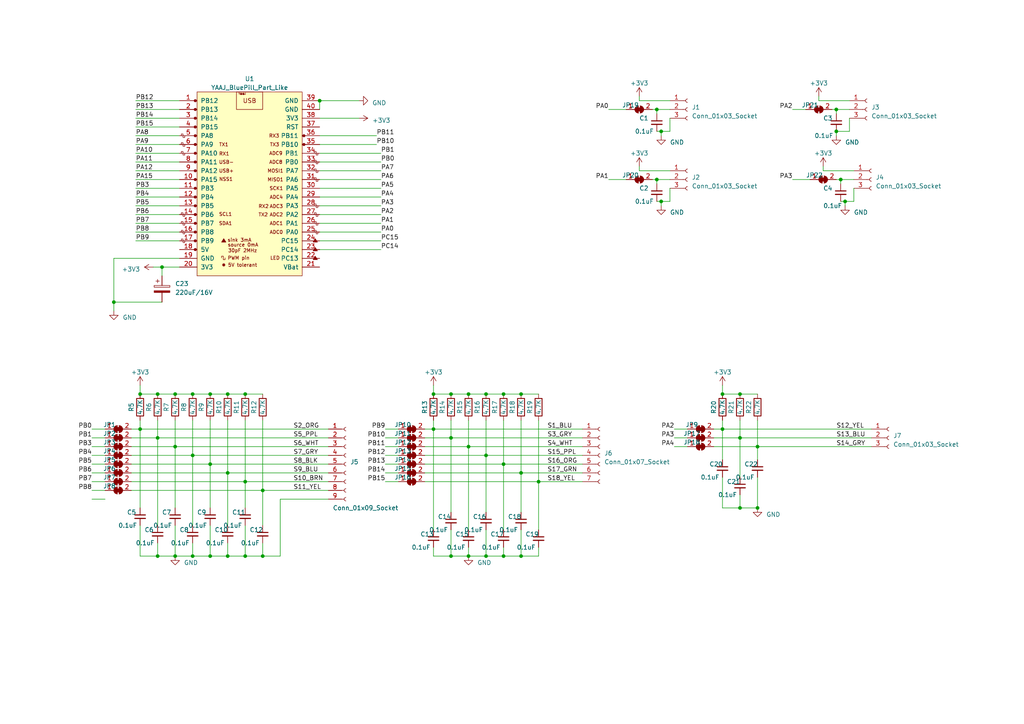
<source format=kicad_sch>
(kicad_sch (version 20230121) (generator eeschema)
  (paper "A4")
  (lib_symbols
    (symbol "Connector:Conn_01x03_Socket" (pin_names (offset 1.016) hide)
      (property "Reference" "J" (at 0 5.08 0))
      (property "Value" "Conn_01x03_Socket" (at 0 -5.08 0))
      (symbol "Conn_01x03_Socket_1_1"
        (pin passive line (at -5.08 2.54 0) (length 3.81) (name "Pin_1") (number "1"))
        (pin passive line (at -5.08 0 0) (length 3.81) (name "Pin_2") (number "2"))
        (pin passive line (at -5.08 -2.54 0) (length 3.81) (name "Pin_3") (number "3"))
      )
    )
    (symbol "Connector:Conn_01x07_Socket" (pin_names (offset 1.016) hide)
      (property "Reference" "J" (at 0 10.16 0))
      (property "Value" "Conn_01x07_Socket" (at 0 -10.16 0))
      (symbol "Conn_01x07_Socket_1_1"
        (pin passive line (at -5.08 7.62 0) (length 3.81) (name "Pin_1") (number "1"))
        (pin passive line (at -5.08 5.08 0) (length 3.81) (name "Pin_2") (number "2"))
        (pin passive line (at -5.08 2.54 0) (length 3.81) (name "Pin_3") (number "3"))
        (pin passive line (at -5.08 0 0) (length 3.81) (name "Pin_4") (number "4"))
        (pin passive line (at -5.08 -2.54 0) (length 3.81) (name "Pin_5") (number "5"))
        (pin passive line (at -5.08 -5.08 0) (length 3.81) (name "Pin_6") (number "6"))
        (pin passive line (at -5.08 -7.62 0) (length 3.81) (name "Pin_7") (number "7"))
      )
    )
    (symbol "Connector:Conn_01x09_Socket" (pin_names (offset 1.016) hide)
      (property "Reference" "J" (at 0 12.7 0))
      (property "Value" "Conn_01x09_Socket" (at 0 -12.7 0))
      (symbol "Conn_01x09_Socket_1_1"
        (pin passive line (at -5.08 10.16 0) (length 3.81) (name "Pin_1") (number "1"))
        (pin passive line (at -5.08 7.62 0) (length 3.81) (name "Pin_2") (number "2"))
        (pin passive line (at -5.08 5.08 0) (length 3.81) (name "Pin_3") (number "3"))
        (pin passive line (at -5.08 2.54 0) (length 3.81) (name "Pin_4") (number "4"))
        (pin passive line (at -5.08 0 0) (length 3.81) (name "Pin_5") (number "5"))
        (pin passive line (at -5.08 -2.54 0) (length 3.81) (name "Pin_6") (number "6"))
        (pin passive line (at -5.08 -5.08 0) (length 3.81) (name "Pin_7") (number "7"))
        (pin passive line (at -5.08 -7.62 0) (length 3.81) (name "Pin_8") (number "8"))
        (pin passive line (at -5.08 -10.16 0) (length 3.81) (name "Pin_9") (number "9"))
      )
    )
    (symbol "Device:C_Polarized" (pin_numbers hide) (pin_names (offset 0.254))
      (property "Reference" "C" (at 0.635 2.54 0))
      (property "Value" "C_Polarized" (at 0.635 -2.54 0))
      (symbol "C_Polarized_1_1"
        (pin passive line (at 0 3.81 270) (length 2.794) (name "~") (number "1"))
        (pin passive line (at 0 -3.81 90) (length 2.794) (name "~") (number "2"))
      )
    )
    (symbol "Device:C_Small" (pin_numbers hide) (pin_names (offset 0.254) hide)
      (property "Reference" "C" (at 0.254 1.778 0))
      (property "Value" "C_Small" (at 0.254 -2.032 0))
      (symbol "C_Small_1_1"
        (pin passive line (at 0 2.54 270) (length 2.032) (name "~") (number "1"))
        (pin passive line (at 0 -2.54 90) (length 2.032) (name "~") (number "2"))
      )
    )
    (symbol "Device:R" (pin_numbers hide) (pin_names (offset 0))
      (property "Reference" "R" (at 2.032 0 90))
      (property "Value" "R" (at 0 0 90))
      (symbol "R_1_1"
        (pin passive line (at 0 3.81 270) (length 1.27) (name "~") (number "1"))
        (pin passive line (at 0 -3.81 90) (length 1.27) (name "~") (number "2"))
      )
    )
    (symbol "Jumper:SolderJumper_2_Bridged" (pin_names (offset 0) hide)
      (property "Reference" "JP" (at 0 2.032 0))
      (property "Value" "SolderJumper_2_Bridged" (at 0 -2.54 0))
      (symbol "SolderJumper_2_Bridged_1_1"
        (pin passive line (at -3.81 0 0) (length 2.54) (name "A") (number "1"))
        (pin passive line (at 3.81 0 180) (length 2.54) (name "B") (number "2"))
      )
    )
    (symbol "power:+3V3" (power) (pin_names (offset 0))
      (property "Value" "+3V3" (at 0 3.556 0))
      (symbol "+3V3_1_1"
        (pin power_in line (at 0 0 90) (length 0) hide (name "+3V3") (number "1"))
      )
    )
    (symbol "power:GND" (power) (pin_names (offset 0))
      (property "Value" "GND" (at 0 -3.81 0))
      (symbol "GND_1_1"
        (pin power_in line (at 0 0 270) (length 0) hide (name "GND") (number "1"))
      )
    )
    (symbol "stm32_modules:YAAJ_BluePill_Part_Like" (pin_names (offset 1.016))
      (property "Reference" "U" (at -12.7 25.4 0))
      (property "Value" "YAAJ_BluePill_Part_Like" (at 0 2.54 90))
      (symbol "YAAJ_BluePill_Part_Like_0_0"
        (text "30pF 2MHz" (at -2.032 -20.574 0) (effects (font (size 0.9906 0.9906))))
        (text "5V tolerant" (at -2.032 -24.765 0) (effects (font (size 0.9906 0.9906))))
        (text "ADC0" (at 7.747 -15.24 0) (effects (font (size 0.9906 0.9906))))
        (text "ADC1" (at 7.747 -12.7 0) (effects (font (size 0.9906 0.9906))))
        (text "ADC2" (at 7.747 -10.16 0) (effects (font (size 0.9906 0.9906))))
        (text "ADC3" (at 7.747 -7.747 0) (effects (font (size 0.9906 0.9906))))
        (text "ADC4" (at 7.747 -5.08 0) (effects (font (size 0.9906 0.9906))))
        (text "ADC8" (at 7.62 5.08 0) (effects (font (size 0.9906 0.9906))))
        (text "ADC9" (at 7.62 7.62 0) (effects (font (size 0.9906 0.9906))))
        (text "LED" (at 7.366 -22.733 0) (effects (font (size 0.9906 0.9906))))
        (text "MISO1" (at 7.493 0 0) (effects (font (size 0.9906 0.9906))))
        (text "MOSI1" (at 7.493 2.54 0) (effects (font (size 0.9906 0.9906))))
        (text "NSS1" (at -6.858 0.127 0) (effects (font (size 0.9906 0.9906))))
        (text "PWM pin" (at -3.175 -22.733 0) (effects (font (size 0.9906 0.9906))))
        (text "RX1" (at -7.366 7.493 0) (effects (font (size 0.9906 0.9906))))
        (text "RX2" (at 4.064 -7.747 0) (effects (font (size 0.9906 0.9906))))
        (text "RX3" (at 7.112 12.7 0) (effects (font (size 0.9906 0.9906))))
        (text "SCK1" (at 7.747 -2.54 0) (effects (font (size 0.9906 0.9906))))
        (text "SCL1" (at -6.985 -10.033 0) (effects (font (size 0.9906 0.9906))))
        (text "SDA1" (at -6.985 -12.7 0) (effects (font (size 0.9906 0.9906))))
        (text "sink 3mA" (at -2.921 -17.526 0) (effects (font (size 0.9906 0.9906))))
        (text "source 0mA" (at -1.905 -18.923 0) (effects (font (size 0.9906 0.9906))))
        (text "TX1" (at -7.493 10.16 0) (effects (font (size 0.9906 0.9906))))
        (text "TX2" (at 3.937 -10.16 0) (effects (font (size 0.9906 0.9906))))
        (text "TX3" (at 7.239 10.16 0) (effects (font (size 0.9906 0.9906))))
        (text "USB" (at 0 22.86 0) (effects (font (size 1.27 1.27))))
        (text "USB+" (at -6.731 2.54 0) (effects (font (size 0.9906 0.9906))))
        (text "USB-" (at -6.731 5.08 0) (effects (font (size 0.9906 0.9906))))
        (text "Y@@J" (at -2.159 24.892 0) (effects (font (size 0.508 0.508))))
      )
      (symbol "YAAJ_BluePill_Part_Like_1_1"
        (pin bidirectional line (at -20.32 22.86 0) (length 5.08) (name "PB12") (number "1"))
        (pin bidirectional line (at -20.32 0 0) (length 5.08) (name "PA15") (number "10"))
        (pin bidirectional line (at -20.32 -2.54 0) (length 5.08) (name "PB3") (number "11"))
        (pin bidirectional line (at -20.32 -5.08 0) (length 5.08) (name "PB4") (number "12"))
        (pin bidirectional line (at -20.32 -7.62 0) (length 5.08) (name "PB5") (number "13"))
        (pin bidirectional line (at -20.32 -10.16 0) (length 5.08) (name "PB6") (number "14"))
        (pin bidirectional line (at -20.32 -12.7 0) (length 5.08) (name "PB7") (number "15"))
        (pin bidirectional line (at -20.32 -15.24 0) (length 5.08) (name "PB8") (number "16"))
        (pin bidirectional line (at -20.32 -17.78 0) (length 5.08) (name "PB9") (number "17"))
        (pin power_in line (at -20.32 -20.32 0) (length 5.08) (name "5V") (number "18"))
        (pin power_in line (at -20.32 -22.86 0) (length 5.08) (name "GND") (number "19"))
        (pin bidirectional line (at -20.32 20.32 0) (length 5.08) (name "PB13") (number "2"))
        (pin power_in line (at -20.32 -25.4 0) (length 5.08) (name "3V3") (number "20"))
        (pin power_in line (at 20.32 -25.4 180) (length 5.08) (name "VBat") (number "21"))
        (pin bidirectional line (at 20.32 -22.86 180) (length 5.08) (name "PC13") (number "22"))
        (pin bidirectional line (at 20.32 -20.32 180) (length 5.08) (name "PC14") (number "23"))
        (pin bidirectional line (at 20.32 -17.78 180) (length 5.08) (name "PC15") (number "24"))
        (pin bidirectional line (at 20.32 -15.24 180) (length 5.08) (name "PA0") (number "25"))
        (pin bidirectional line (at 20.32 -12.7 180) (length 5.08) (name "PA1") (number "26"))
        (pin bidirectional line (at 20.32 -10.16 180) (length 5.08) (name "PA2") (number "27"))
        (pin bidirectional line (at 20.32 -7.62 180) (length 5.08) (name "PA3") (number "28"))
        (pin bidirectional line (at 20.32 -5.08 180) (length 5.08) (name "PA4") (number "29"))
        (pin bidirectional line (at -20.32 17.78 0) (length 5.08) (name "PB14") (number "3"))
        (pin bidirectional line (at 20.32 -2.54 180) (length 5.08) (name "PA5") (number "30"))
        (pin bidirectional line (at 20.32 0 180) (length 5.08) (name "PA6") (number "31"))
        (pin bidirectional line (at 20.32 2.54 180) (length 5.08) (name "PA7") (number "32"))
        (pin bidirectional line (at 20.32 5.08 180) (length 5.08) (name "PB0") (number "33"))
        (pin bidirectional line (at 20.32 7.62 180) (length 5.08) (name "PB1") (number "34"))
        (pin bidirectional line (at 20.32 10.16 180) (length 5.08) (name "PB10") (number "35"))
        (pin bidirectional line (at 20.32 12.7 180) (length 5.08) (name "PB11") (number "36"))
        (pin input line (at 20.32 15.24 180) (length 5.08) (name "RST") (number "37"))
        (pin power_in line (at 20.32 17.78 180) (length 5.08) (name "3V3") (number "38"))
        (pin power_in line (at 20.32 22.86 180) (length 5.08) (name "GND") (number "39"))
        (pin bidirectional line (at -20.32 15.24 0) (length 5.08) (name "PB15") (number "4"))
        (pin power_in line (at 20.32 20.32 180) (length 5.08) (name "GND") (number "40"))
        (pin bidirectional line (at -20.32 12.7 0) (length 5.08) (name "PA8") (number "5"))
        (pin bidirectional line (at -20.32 10.16 0) (length 5.08) (name "PA9") (number "6"))
        (pin bidirectional line (at -20.32 7.62 0) (length 5.08) (name "PA10") (number "7"))
        (pin bidirectional line (at -20.32 5.08 0) (length 5.08) (name "PA11") (number "8"))
        (pin bidirectional line (at -20.32 2.54 0) (length 5.08) (name "PA12") (number "9"))
      )
    )
  )
  (junction (at 130.81 114.3))
  (junction (at 135.89 129.54))
  (junction (at 45.72 161.29))
  (junction (at 151.13 114.3))
  (junction (at 71.12 139.7))
  (junction (at 219.71 129.54))
  (junction (at 214.63 114.3))
  (junction (at 60.96 161.29))
  (junction (at 66.04 114.3))
  (junction (at 135.89 161.29))
  (junction (at 125.73 124.46))
  (junction (at 156.21 139.7))
  (junction (at 151.13 137.16))
  (junction (at 33.02 87.63))
  (junction (at 55.88 132.08))
  (junction (at 209.55 124.46))
  (junction (at 125.73 114.3))
  (junction (at 140.97 132.08))
  (junction (at 76.2 161.29))
  (junction (at 71.12 161.29))
  (junction (at 214.63 147.32))
  (junction (at 71.12 114.3))
  (junction (at 219.71 147.32))
  (junction (at 66.04 161.29))
  (junction (at 190.5 52.07))
  (junction (at 245.11 58.42))
  (junction (at 45.72 127))
  (junction (at 92.71 29.21))
  (junction (at 130.81 161.29))
  (junction (at 50.8 114.3))
  (junction (at 60.96 134.62))
  (junction (at 214.63 127))
  (junction (at 191.77 58.42))
  (junction (at 146.05 114.3))
  (junction (at 135.89 114.3))
  (junction (at 46.99 77.47))
  (junction (at 50.8 161.29))
  (junction (at 130.81 127))
  (junction (at 151.13 161.29))
  (junction (at 242.57 31.75))
  (junction (at 40.64 114.3))
  (junction (at 146.05 134.62))
  (junction (at 191.77 38.1))
  (junction (at 190.5 31.75))
  (junction (at 60.96 114.3))
  (junction (at 55.88 161.29))
  (junction (at 140.97 161.29))
  (junction (at 55.88 114.3))
  (junction (at 76.2 142.24))
  (junction (at 66.04 137.16))
  (junction (at 50.8 129.54))
  (junction (at 40.64 124.46))
  (junction (at 242.57 38.1))
  (junction (at 209.55 114.3))
  (junction (at 140.97 114.3))
  (junction (at 45.72 114.3))
  (junction (at 146.05 161.29))
  (junction (at 243.84 52.07))
  (wire (pts (xy 71.12 139.7) (xy 95.25 139.7)))
  (wire (pts (xy 146.05 158.75) (xy 146.05 161.29)))
  (wire (pts (xy 92.71 31.75) (xy 92.71 29.21)))
  (wire (pts (xy 111.76 124.46) (xy 115.57 124.46)))
  (wire (pts (xy 71.12 121.92) (xy 71.12 139.7)))
  (wire (pts (xy 246.38 38.1) (xy 242.57 38.1)))
  (wire (pts (xy 191.77 58.42) (xy 191.77 59.69)))
  (wire (pts (xy 190.5 52.07) (xy 194.31 52.07)))
  (wire (pts (xy 39.37 69.85) (xy 52.07 69.85)))
  (wire (pts (xy 66.04 137.16) (xy 95.25 137.16)))
  (wire (pts (xy 92.71 39.37) (xy 109.22 39.37)))
  (wire (pts (xy 33.02 74.93) (xy 33.02 87.63)))
  (wire (pts (xy 111.76 134.62) (xy 115.57 134.62)))
  (wire (pts (xy 130.81 148.59) (xy 130.81 127)))
  (wire (pts (xy 46.99 77.47) (xy 52.07 77.47)))
  (wire (pts (xy 123.19 127) (xy 130.81 127)))
  (wire (pts (xy 50.8 129.54) (xy 95.25 129.54)))
  (wire (pts (xy 190.5 31.75) (xy 194.31 31.75)))
  (wire (pts (xy 39.37 64.77) (xy 52.07 64.77)))
  (wire (pts (xy 60.96 121.92) (xy 60.96 134.62)))
  (wire (pts (xy 185.42 49.53) (xy 194.31 49.53)))
  (wire (pts (xy 66.04 157.48) (xy 66.04 161.29)))
  (wire (pts (xy 135.89 129.54) (xy 135.89 153.67)))
  (wire (pts (xy 214.63 127) (xy 214.63 138.43)))
  (wire (pts (xy 214.63 127) (xy 252.73 127)))
  (wire (pts (xy 55.88 157.48) (xy 55.88 161.29)))
  (wire (pts (xy 207.01 124.46) (xy 209.55 124.46)))
  (wire (pts (xy 125.73 124.46) (xy 125.73 153.67)))
  (wire (pts (xy 130.81 153.67) (xy 130.81 161.29)))
  (wire (pts (xy 237.49 29.21) (xy 246.38 29.21)))
  (wire (pts (xy 190.5 38.1) (xy 191.77 38.1)))
  (wire (pts (xy 247.65 58.42) (xy 245.11 58.42)))
  (wire (pts (xy 60.96 134.62) (xy 60.96 147.32)))
  (wire (pts (xy 125.73 114.3) (xy 130.81 114.3)))
  (wire (pts (xy 76.2 157.48) (xy 76.2 161.29)))
  (wire (pts (xy 92.71 52.07) (xy 110.49 52.07)))
  (wire (pts (xy 190.5 58.42) (xy 191.77 58.42)))
  (wire (pts (xy 214.63 121.92) (xy 214.63 127)))
  (wire (pts (xy 60.96 161.29) (xy 55.88 161.29)))
  (wire (pts (xy 45.72 161.29) (xy 50.8 161.29)))
  (wire (pts (xy 92.71 62.23) (xy 110.49 62.23)))
  (wire (pts (xy 38.1 127) (xy 45.72 127)))
  (wire (pts (xy 45.72 114.3) (xy 50.8 114.3)))
  (wire (pts (xy 66.04 161.29) (xy 60.96 161.29)))
  (wire (pts (xy 190.5 52.07) (xy 190.5 53.34)))
  (wire (pts (xy 60.96 114.3) (xy 66.04 114.3)))
  (wire (pts (xy 71.12 139.7) (xy 71.12 147.32)))
  (wire (pts (xy 33.02 87.63) (xy 46.99 87.63)))
  (wire (pts (xy 125.73 121.92) (xy 125.73 124.46)))
  (wire (pts (xy 50.8 114.3) (xy 55.88 114.3)))
  (wire (pts (xy 247.65 54.61) (xy 247.65 58.42)))
  (wire (pts (xy 156.21 139.7) (xy 156.21 153.67)))
  (wire (pts (xy 195.58 124.46) (xy 199.39 124.46)))
  (wire (pts (xy 209.55 147.32) (xy 214.63 147.32)))
  (wire (pts (xy 229.87 31.75) (xy 233.68 31.75)))
  (wire (pts (xy 39.37 41.91) (xy 52.07 41.91)))
  (wire (pts (xy 194.31 38.1) (xy 194.31 34.29)))
  (wire (pts (xy 46.99 77.47) (xy 46.99 80.01)))
  (wire (pts (xy 146.05 134.62) (xy 168.91 134.62)))
  (wire (pts (xy 50.8 121.92) (xy 50.8 129.54)))
  (wire (pts (xy 237.49 27.94) (xy 237.49 29.21)))
  (wire (pts (xy 50.8 129.54) (xy 50.8 147.32)))
  (wire (pts (xy 26.67 134.62) (xy 30.48 134.62)))
  (wire (pts (xy 125.73 161.29) (xy 130.81 161.29)))
  (wire (pts (xy 26.67 132.08) (xy 30.48 132.08)))
  (wire (pts (xy 92.71 69.85) (xy 110.49 69.85)))
  (wire (pts (xy 39.37 57.15) (xy 52.07 57.15)))
  (wire (pts (xy 123.19 129.54) (xy 135.89 129.54)))
  (wire (pts (xy 66.04 114.3) (xy 71.12 114.3)))
  (wire (pts (xy 39.37 52.07) (xy 52.07 52.07)))
  (wire (pts (xy 45.72 127) (xy 45.72 152.4)))
  (wire (pts (xy 111.76 127) (xy 115.57 127)))
  (wire (pts (xy 151.13 137.16) (xy 151.13 148.59)))
  (wire (pts (xy 92.71 57.15) (xy 110.49 57.15)))
  (wire (pts (xy 66.04 121.92) (xy 66.04 137.16)))
  (wire (pts (xy 191.77 58.42) (xy 194.31 58.42)))
  (wire (pts (xy 60.96 134.62) (xy 95.25 134.62)))
  (wire (pts (xy 209.55 124.46) (xy 252.73 124.46)))
  (wire (pts (xy 209.55 124.46) (xy 209.55 133.35)))
  (wire (pts (xy 176.53 31.75) (xy 181.61 31.75)))
  (wire (pts (xy 39.37 62.23) (xy 52.07 62.23)))
  (wire (pts (xy 39.37 34.29) (xy 52.07 34.29)))
  (wire (pts (xy 130.81 127) (xy 168.91 127)))
  (wire (pts (xy 190.5 31.75) (xy 190.5 33.02)))
  (wire (pts (xy 39.37 49.53) (xy 52.07 49.53)))
  (wire (pts (xy 76.2 121.92) (xy 76.2 142.24)))
  (wire (pts (xy 140.97 161.29) (xy 146.05 161.29)))
  (wire (pts (xy 40.64 152.4) (xy 40.64 161.29)))
  (wire (pts (xy 111.76 132.08) (xy 115.57 132.08)))
  (wire (pts (xy 66.04 137.16) (xy 66.04 152.4)))
  (wire (pts (xy 156.21 121.92) (xy 156.21 139.7)))
  (wire (pts (xy 209.55 138.43) (xy 209.55 147.32)))
  (wire (pts (xy 185.42 27.94) (xy 185.42 29.21)))
  (wire (pts (xy 191.77 38.1) (xy 191.77 39.37)))
  (wire (pts (xy 219.71 138.43) (xy 219.71 147.32)))
  (wire (pts (xy 130.81 161.29) (xy 135.89 161.29)))
  (wire (pts (xy 40.64 114.3) (xy 45.72 114.3)))
  (wire (pts (xy 39.37 44.45) (xy 52.07 44.45)))
  (wire (pts (xy 229.87 52.07) (xy 234.95 52.07)))
  (wire (pts (xy 92.71 59.69) (xy 110.49 59.69)))
  (wire (pts (xy 92.71 29.21) (xy 104.14 29.21)))
  (wire (pts (xy 209.55 121.92) (xy 209.55 124.46)))
  (wire (pts (xy 39.37 31.75) (xy 52.07 31.75)))
  (wire (pts (xy 243.84 58.42) (xy 245.11 58.42)))
  (wire (pts (xy 111.76 139.7) (xy 115.57 139.7)))
  (wire (pts (xy 38.1 134.62) (xy 60.96 134.62)))
  (wire (pts (xy 243.84 52.07) (xy 247.65 52.07)))
  (wire (pts (xy 45.72 127) (xy 95.25 127)))
  (wire (pts (xy 76.2 142.24) (xy 95.25 142.24)))
  (wire (pts (xy 38.1 132.08) (xy 55.88 132.08)))
  (wire (pts (xy 26.67 137.16) (xy 30.48 137.16)))
  (wire (pts (xy 123.19 134.62) (xy 146.05 134.62)))
  (wire (pts (xy 39.37 46.99) (xy 52.07 46.99)))
  (wire (pts (xy 146.05 114.3) (xy 151.13 114.3)))
  (wire (pts (xy 151.13 161.29) (xy 156.21 161.29)))
  (wire (pts (xy 140.97 153.67) (xy 140.97 161.29)))
  (wire (pts (xy 125.73 124.46) (xy 168.91 124.46)))
  (wire (pts (xy 219.71 129.54) (xy 252.73 129.54)))
  (wire (pts (xy 38.1 142.24) (xy 76.2 142.24)))
  (wire (pts (xy 151.13 114.3) (xy 156.21 114.3)))
  (wire (pts (xy 209.55 111.76) (xy 209.55 114.3)))
  (wire (pts (xy 71.12 152.4) (xy 71.12 161.29)))
  (wire (pts (xy 151.13 121.92) (xy 151.13 137.16)))
  (wire (pts (xy 111.76 129.54) (xy 115.57 129.54)))
  (wire (pts (xy 194.31 58.42) (xy 194.31 54.61)))
  (wire (pts (xy 156.21 139.7) (xy 168.91 139.7)))
  (wire (pts (xy 130.81 114.3) (xy 135.89 114.3)))
  (wire (pts (xy 130.81 121.92) (xy 130.81 127)))
  (wire (pts (xy 92.71 49.53) (xy 110.49 49.53)))
  (wire (pts (xy 135.89 121.92) (xy 135.89 129.54)))
  (wire (pts (xy 92.71 44.45) (xy 110.49 44.45)))
  (wire (pts (xy 111.76 137.16) (xy 115.57 137.16)))
  (wire (pts (xy 92.71 46.99) (xy 110.49 46.99)))
  (wire (pts (xy 176.53 52.07) (xy 181.61 52.07)))
  (wire (pts (xy 40.64 124.46) (xy 40.64 147.32)))
  (wire (pts (xy 146.05 161.29) (xy 151.13 161.29)))
  (wire (pts (xy 26.67 139.7) (xy 30.48 139.7)))
  (wire (pts (xy 146.05 134.62) (xy 146.05 153.67)))
  (wire (pts (xy 245.11 58.42) (xy 245.11 59.69)))
  (wire (pts (xy 189.23 31.75) (xy 190.5 31.75)))
  (wire (pts (xy 52.07 74.93) (xy 33.02 74.93)))
  (wire (pts (xy 92.71 72.39) (xy 110.49 72.39)))
  (wire (pts (xy 39.37 59.69) (xy 52.07 59.69)))
  (wire (pts (xy 123.19 137.16) (xy 151.13 137.16)))
  (wire (pts (xy 209.55 114.3) (xy 214.63 114.3)))
  (wire (pts (xy 146.05 121.92) (xy 146.05 134.62)))
  (wire (pts (xy 135.89 158.75) (xy 135.89 161.29)))
  (wire (pts (xy 92.71 34.29) (xy 104.14 34.29)))
  (wire (pts (xy 71.12 161.29) (xy 76.2 161.29)))
  (wire (pts (xy 55.88 121.92) (xy 55.88 132.08)))
  (wire (pts (xy 81.28 144.78) (xy 95.25 144.78)))
  (wire (pts (xy 242.57 38.1) (xy 242.57 39.37)))
  (wire (pts (xy 156.21 158.75) (xy 156.21 161.29)))
  (wire (pts (xy 50.8 152.4) (xy 50.8 161.29)))
  (wire (pts (xy 214.63 114.3) (xy 219.71 114.3)))
  (wire (pts (xy 40.64 161.29) (xy 45.72 161.29)))
  (wire (pts (xy 40.64 124.46) (xy 95.25 124.46)))
  (wire (pts (xy 92.71 64.77) (xy 110.49 64.77)))
  (wire (pts (xy 242.57 31.75) (xy 246.38 31.75)))
  (wire (pts (xy 238.76 48.26) (xy 238.76 49.53)))
  (wire (pts (xy 33.02 87.63) (xy 33.02 90.17)))
  (wire (pts (xy 140.97 121.92) (xy 140.97 132.08)))
  (wire (pts (xy 140.97 132.08) (xy 168.91 132.08)))
  (wire (pts (xy 219.71 129.54) (xy 219.71 133.35)))
  (wire (pts (xy 39.37 54.61) (xy 52.07 54.61)))
  (wire (pts (xy 214.63 143.51) (xy 214.63 147.32)))
  (wire (pts (xy 39.37 36.83) (xy 52.07 36.83)))
  (wire (pts (xy 135.89 129.54) (xy 168.91 129.54)))
  (wire (pts (xy 71.12 161.29) (xy 66.04 161.29)))
  (wire (pts (xy 135.89 114.3) (xy 140.97 114.3)))
  (wire (pts (xy 140.97 132.08) (xy 140.97 148.59)))
  (wire (pts (xy 207.01 129.54) (xy 219.71 129.54)))
  (wire (pts (xy 45.72 121.92) (xy 45.72 127)))
  (wire (pts (xy 76.2 142.24) (xy 76.2 152.4)))
  (wire (pts (xy 241.3 31.75) (xy 242.57 31.75)))
  (wire (pts (xy 38.1 129.54) (xy 50.8 129.54)))
  (wire (pts (xy 40.64 121.92) (xy 40.64 124.46)))
  (wire (pts (xy 207.01 127) (xy 214.63 127)))
  (wire (pts (xy 71.12 114.3) (xy 76.2 114.3)))
  (wire (pts (xy 92.71 54.61) (xy 110.49 54.61)))
  (wire (pts (xy 123.19 132.08) (xy 140.97 132.08)))
  (wire (pts (xy 40.64 111.76) (xy 40.64 114.3)))
  (wire (pts (xy 242.57 31.75) (xy 242.57 33.02)))
  (wire (pts (xy 81.28 144.78) (xy 81.28 161.29)))
  (wire (pts (xy 185.42 29.21) (xy 194.31 29.21)))
  (wire (pts (xy 39.37 39.37) (xy 52.07 39.37)))
  (wire (pts (xy 214.63 147.32) (xy 219.71 147.32)))
  (wire (pts (xy 39.37 29.21) (xy 52.07 29.21)))
  (wire (pts (xy 26.67 127) (xy 30.48 127)))
  (wire (pts (xy 195.58 129.54) (xy 199.39 129.54)))
  (wire (pts (xy 45.72 157.48) (xy 45.72 161.29)))
  (wire (pts (xy 50.8 161.29) (xy 55.88 161.29)))
  (wire (pts (xy 26.67 129.54) (xy 30.48 129.54)))
  (wire (pts (xy 189.23 52.07) (xy 190.5 52.07)))
  (wire (pts (xy 38.1 124.46) (xy 40.64 124.46)))
  (wire (pts (xy 195.58 127) (xy 199.39 127)))
  (wire (pts (xy 243.84 52.07) (xy 243.84 53.34)))
  (wire (pts (xy 219.71 121.92) (xy 219.71 129.54)))
  (wire (pts (xy 26.67 124.46) (xy 30.48 124.46)))
  (wire (pts (xy 125.73 158.75) (xy 125.73 161.29)))
  (wire (pts (xy 60.96 152.4) (xy 60.96 161.29)))
  (wire (pts (xy 81.28 161.29) (xy 76.2 161.29)))
  (wire (pts (xy 135.89 161.29) (xy 140.97 161.29)))
  (wire (pts (xy 38.1 137.16) (xy 66.04 137.16)))
  (wire (pts (xy 92.71 41.91) (xy 109.22 41.91)))
  (wire (pts (xy 151.13 137.16) (xy 168.91 137.16)))
  (wire (pts (xy 55.88 114.3) (xy 60.96 114.3)))
  (wire (pts (xy 38.1 139.7) (xy 71.12 139.7)))
  (wire (pts (xy 125.73 111.76) (xy 125.73 114.3)))
  (wire (pts (xy 55.88 132.08) (xy 95.25 132.08)))
  (wire (pts (xy 55.88 132.08) (xy 55.88 152.4)))
  (wire (pts (xy 26.67 144.78) (xy 30.48 144.78)))
  (wire (pts (xy 123.19 124.46) (xy 125.73 124.46)))
  (wire (pts (xy 242.57 52.07) (xy 243.84 52.07)))
  (wire (pts (xy 140.97 114.3) (xy 146.05 114.3)))
  (wire (pts (xy 151.13 153.67) (xy 151.13 161.29)))
  (wire (pts (xy 44.45 77.47) (xy 46.99 77.47)))
  (wire (pts (xy 92.71 67.31) (xy 110.49 67.31)))
  (wire (pts (xy 123.19 139.7) (xy 156.21 139.7)))
  (wire (pts (xy 246.38 34.29) (xy 246.38 38.1)))
  (wire (pts (xy 191.77 38.1) (xy 194.31 38.1)))
  (wire (pts (xy 238.76 49.53) (xy 247.65 49.53)))
  (wire (pts (xy 39.37 67.31) (xy 52.07 67.31)))
  (wire (pts (xy 185.42 48.26) (xy 185.42 49.53)))
  (wire (pts (xy 26.67 142.24) (xy 30.48 142.24)))
  (label "PB5" (at 39.37 59.69 0))
  (label "PC14" (at 110.49 72.39 0))
  (label "S5_PPL" (at 85.09 127 0))
  (label "PB6" (at 39.37 62.23 0))
  (label "S4_WHT" (at 158.75 129.54 0))
  (label "PB15" (at 111.76 139.7 180))
  (label "PA3" (at 229.87 52.07 180))
  (label "PA1" (at 176.53 52.07 180))
  (label "PB15" (at 39.37 36.83 0))
  (label "S16_ORG" (at 158.75 134.62 0))
  (label "PA5" (at 110.49 54.61 0))
  (label "S13_BLU" (at 242.57 127 0))
  (label "PB10" (at 111.76 127 180))
  (label "PA6" (at 110.49 52.07 0))
  (label "S1_BLU" (at 158.75 124.46 0))
  (label "PA3" (at 195.58 127 180))
  (label "S8_BLK" (at 85.09 134.62 0))
  (label "PA9" (at 39.37 41.91 0))
  (label "S18_YEL" (at 158.75 139.7 0))
  (label "PB13" (at 39.37 31.75 0))
  (label "PB10" (at 109.22 41.91 0))
  (label "PA4" (at 110.49 57.15 0))
  (label "S3_GRY" (at 158.75 127 0))
  (label "S11_YEL" (at 85.09 142.24 0))
  (label "PB12" (at 111.76 132.08 180))
  (label "PA0" (at 110.49 67.31 0))
  (label "PB7" (at 39.37 64.77 0))
  (label "S12_YEL" (at 242.57 124.46 0))
  (label "S15_PPL" (at 158.75 132.08 0))
  (label "PA8" (at 39.37 39.37 0))
  (label "S17_GRN" (at 158.75 137.16 0))
  (label "PB1" (at 26.67 127 180))
  (label "S2_ORG" (at 85.09 124.46 0))
  (label "S9_BLU" (at 85.09 137.16 0))
  (label "PB3" (at 26.67 129.54 180))
  (label "PB6" (at 26.67 137.16 180))
  (label "PB5" (at 26.67 134.62 180))
  (label "PA10" (at 39.37 44.45 0))
  (label "PB7" (at 26.67 139.7 180))
  (label "PB1" (at 110.49 44.45 0))
  (label "PB12" (at 39.37 29.21 0))
  (label "S6_WHT" (at 85.09 129.54 0))
  (label "PB3" (at 39.37 54.61 0))
  (label "PB14" (at 111.76 137.16 180))
  (label "PA7" (at 110.49 49.53 0))
  (label "PA0" (at 176.53 31.75 180))
  (label "PB8" (at 39.37 67.31 0))
  (label "PB4" (at 26.67 132.08 180))
  (label "PB11" (at 111.76 129.54 180))
  (label "PA12" (at 39.37 49.53 0))
  (label "PB14" (at 39.37 34.29 0))
  (label "S7_GRY" (at 85.09 132.08 0))
  (label "PA3" (at 110.49 59.69 0))
  (label "PB0" (at 110.49 46.99 0))
  (label "PA1" (at 110.49 64.77 0))
  (label "PA4" (at 195.58 129.54 180))
  (label "PB13" (at 111.76 134.62 180))
  (label "PA15" (at 39.37 52.07 0))
  (label "PC15" (at 110.49 69.85 0))
  (label "PB4" (at 39.37 57.15 0))
  (label "PB9" (at 39.37 69.85 0))
  (label "S10_BRN" (at 85.09 139.7 0))
  (label "PA2" (at 229.87 31.75 180))
  (label "PA2" (at 110.49 62.23 0))
  (label "PB11" (at 109.22 39.37 0))
  (label "PB0" (at 26.67 124.46 180))
  (label "PA2" (at 195.58 124.46 180))
  (label "PB8" (at 26.67 142.24 180))
  (label "PB9" (at 111.76 124.46 180))
  (label "PA11" (at 39.37 46.99 0))
  (label "S14_GRY" (at 242.57 129.54 0))
  (symbol (lib_id "Connector:Conn_01x03_Socket") (at 199.39 52.07 0) (unit 1)
    (property "Reference" "J2" (at 200.66 51.435 0) (effects (justify left)))
    (property "Value" "Conn_01x03_Socket" (at 200.66 53.975 0) (effects (justify left)))
    (property "Footprint" "Connector_PinHeader_2.54mm:PinHeader_1x03_P2.54mm_Vertical" (effects hide))
  )
  (symbol (lib_id "Jumper:SolderJumper_2_Bridged") (at 34.29 134.62 0) (unit 1)
    (property "Reference" "JP5" (at 31.75 133.35 0))
    (property "Value" "SolderJumper_2_Bridged" (effects hide))
    (property "Footprint" "Jumper:SolderJumper-2_P1.3mm_Open_TrianglePad1.0x1.5mm" (effects hide))
  )
  (symbol (lib_id "power:+3V3") (at 104.14 34.29 270) (unit 1)
    (property "Reference" "#PWR0102" (effects hide))
    (property "Value" "+3V3" (at 107.95 34.925 90) (effects (justify left)))
  )
  (symbol (lib_id "Connector:Conn_01x03_Socket") (at 199.39 31.75 0) (unit 1)
    (property "Reference" "J1" (at 200.66 31.115 0) (effects (justify left)))
    (property "Value" "Conn_01x03_Socket" (at 200.66 33.655 0) (effects (justify left)))
    (property "Footprint" "Connector_PinHeader_2.54mm:PinHeader_1x03_P2.54mm_Vertical" (effects hide))
  )
  (symbol (lib_id "Connector:Conn_01x03_Socket") (at 252.73 52.07 0) (unit 1)
    (property "Reference" "J4" (at 254 51.435 0) (effects (justify left)))
    (property "Value" "Conn_01x03_Socket" (at 254 53.975 0) (effects (justify left)))
    (property "Footprint" "Connector_PinHeader_2.54mm:PinHeader_1x03_P2.54mm_Vertical" (effects hide))
  )
  (symbol (lib_id "Jumper:SolderJumper_2_Bridged") (at 34.29 137.16 0) (unit 1)
    (property "Reference" "JP6" (at 31.75 135.89 0))
    (property "Value" "SolderJumper_2_Bridged" (effects hide))
    (property "Footprint" "Jumper:SolderJumper-2_P1.3mm_Open_TrianglePad1.0x1.5mm" (effects hide))
  )
  (symbol (lib_id "power:+3V3") (at 44.45 77.47 90) (unit 1)
    (property "Reference" "#PWR02" (effects hide))
    (property "Value" "+3V3" (at 40.64 78.105 90) (effects (justify left)))
  )
  (symbol (lib_id "Device:R") (at 50.8 118.11 180) (unit 1)
    (property "Reference" "R7" (at 48.26 118.11 90))
    (property "Value" "4.7K" (at 50.8 118.11 90))
    (property "Footprint" "Resistor_SMD:R_0603_1608Metric" (effects hide))
    (property "MPN" "RC0603JR-074K7L" (effects hide))
    (property "JLCPN" "C105428" (effects hide))
  )
  (symbol (lib_id "Jumper:SolderJumper_2_Bridged") (at 119.38 137.16 0) (unit 1)
    (property "Reference" "JP15" (at 116.84 135.89 0))
    (property "Value" "SolderJumper_2_Bridged" (effects hide))
    (property "Footprint" "Jumper:SolderJumper-2_P1.3mm_Open_TrianglePad1.0x1.5mm" (effects hide))
  )
  (symbol (lib_id "Jumper:SolderJumper_2_Bridged") (at 34.29 139.7 0) (unit 1)
    (property "Reference" "JP7" (at 31.75 138.43 0))
    (property "Value" "SolderJumper_2_Bridged" (effects hide))
    (property "Footprint" "Jumper:SolderJumper-2_P1.3mm_Open_TrianglePad1.0x1.5mm" (effects hide))
  )
  (symbol (lib_id "Jumper:SolderJumper_2_Bridged") (at 34.29 129.54 0) (unit 1)
    (property "Reference" "JP3" (at 31.75 128.27 0))
    (property "Value" "SolderJumper_2_Bridged" (effects hide))
    (property "Footprint" "Jumper:SolderJumper-2_P1.3mm_Open_TrianglePad1.0x1.5mm" (effects hide))
  )
  (symbol (lib_id "Jumper:SolderJumper_2_Bridged") (at 119.38 129.54 0) (unit 1)
    (property "Reference" "JP12" (at 116.84 128.27 0))
    (property "Value" "SolderJumper_2_Bridged" (effects hide))
    (property "Footprint" "Jumper:SolderJumper-2_P1.3mm_Open_TrianglePad1.0x1.5mm" (effects hide))
  )
  (symbol (lib_id "Connector:Conn_01x03_Socket") (at 257.81 127 0) (unit 1)
    (property "Reference" "J7" (at 259.08 126.365 0) (effects (justify left)))
    (property "Value" "Conn_01x03_Socket" (at 259.08 128.905 0) (effects (justify left)))
    (property "Footprint" "Connector_PinHeader_2.00mm:PinHeader_1x03_P2.00mm_Vertical" (effects hide))
  )
  (symbol (lib_id "Jumper:SolderJumper_2_Bridged") (at 34.29 142.24 0) (unit 1)
    (property "Reference" "JP8" (at 31.75 140.97 0))
    (property "Value" "SolderJumper_2_Bridged" (effects hide))
    (property "Footprint" "Jumper:SolderJumper-2_P1.3mm_Open_TrianglePad1.0x1.5mm" (effects hide))
  )
  (symbol (lib_id "Device:C_Small") (at 214.63 140.97 0) (unit 1)
    (property "Reference" "C21" (at 210.82 139.7 0) (effects (justify left)))
    (property "Value" "0.1uF" (at 208.28 143.51 0) (effects (justify left)))
    (property "Footprint" "Capacitor_SMD:C_0603_1608Metric" (effects hide))
    (property "MPN" "CC0603KRX7R9BB104" (effects hide))
    (property "JLCPN" "C14663" (effects hide))
  )
  (symbol (lib_id "Device:C_Small") (at 55.88 154.94 0) (unit 1)
    (property "Reference" "C8" (at 52.07 153.67 0) (effects (justify left)))
    (property "Value" "0.1uF" (at 49.53 157.48 0) (effects (justify left)))
    (property "Footprint" "Capacitor_SMD:C_0603_1608Metric" (effects hide))
    (property "MPN" "CC0603KRX7R9BB104" (effects hide))
    (property "JLCPN" "C14663" (effects hide))
  )
  (symbol (lib_id "power:GND") (at 33.02 90.17 0) (unit 1)
    (property "Reference" "#PWR0101" (effects hide))
    (property "Value" "GND" (at 35.56 92.075 0) (effects (justify left)))
  )
  (symbol (lib_id "Device:C_Small") (at 146.05 156.21 0) (unit 1)
    (property "Reference" "C17" (at 142.24 154.94 0) (effects (justify left)))
    (property "Value" "0.1uF" (at 139.7 158.75 0) (effects (justify left)))
    (property "Footprint" "Capacitor_SMD:C_0603_1608Metric" (effects hide))
    (property "MPN" "CC0603KRX7R9BB104" (effects hide))
    (property "JLCPN" "C14663" (effects hide))
  )
  (symbol (lib_id "Jumper:SolderJumper_2_Bridged") (at 185.42 52.07 0) (unit 1)
    (property "Reference" "JP20" (at 182.88 50.8 0))
    (property "Value" "SolderJumper_2_Bridged" (effects hide))
    (property "Footprint" "Jumper:SolderJumper-2_P1.3mm_Open_TrianglePad1.0x1.5mm" (effects hide))
  )
  (symbol (lib_id "power:GND") (at 191.77 39.37 0) (unit 1)
    (property "Reference" "#PWR04" (effects hide))
    (property "Value" "GND" (at 194.31 41.275 0) (effects (justify left)))
  )
  (symbol (lib_id "Jumper:SolderJumper_2_Bridged") (at 119.38 124.46 0) (unit 1)
    (property "Reference" "JP10" (at 116.84 123.19 0))
    (property "Value" "SolderJumper_2_Bridged" (effects hide))
    (property "Footprint" "Jumper:SolderJumper-2_P1.3mm_Open_TrianglePad1.0x1.5mm" (effects hide))
  )
  (symbol (lib_id "Device:R") (at 209.55 118.11 180) (unit 1)
    (property "Reference" "R20" (at 207.01 118.11 90))
    (property "Value" "4.7K" (at 209.55 118.11 90))
    (property "Footprint" "Resistor_SMD:R_0603_1608Metric" (effects hide))
    (property "MPN" "RC0603JR-074K7L" (effects hide))
    (property "JLCPN" "C105428" (effects hide))
  )
  (symbol (lib_id "Device:C_Small") (at 135.89 156.21 0) (unit 1)
    (property "Reference" "C15" (at 132.08 154.94 0) (effects (justify left)))
    (property "Value" "0.1uF" (at 129.54 158.75 0) (effects (justify left)))
    (property "Footprint" "Capacitor_SMD:C_0603_1608Metric" (effects hide))
    (property "MPN" "CC0603KRX7R9BB104" (effects hide))
    (property "JLCPN" "C14663" (effects hide))
  )
  (symbol (lib_id "stm32_modules:YAAJ_BluePill_Part_Like") (at 72.39 52.07 0) (unit 1)
    (property "Reference" "U1" (at 72.39 22.86 0))
    (property "Value" "YAAJ_BluePill_Part_Like" (at 72.39 25.4 0))
    (property "Footprint" "Bluepill:YAAJ_BluePill_Default" (effects hide))
  )
  (symbol (lib_id "Device:R") (at 40.64 118.11 180) (unit 1)
    (property "Reference" "R5" (at 38.1 118.11 90))
    (property "Value" "4.7K" (at 40.64 118.11 90))
    (property "Footprint" "Resistor_SMD:R_0603_1608Metric" (effects hide))
    (property "MPN" "RC0603JR-074K7L" (effects hide))
    (property "JLCPN" "C105428" (effects hide))
  )
  (symbol (lib_id "Device:R") (at 66.04 118.11 180) (unit 1)
    (property "Reference" "R10" (at 63.5 118.11 90))
    (property "Value" "4.7K" (at 66.04 118.11 90))
    (property "Footprint" "Resistor_SMD:R_0603_1608Metric" (effects hide))
    (property "MPN" "RC0603JR-074K7L" (effects hide))
    (property "JLCPN" "C105428" (effects hide))
  )
  (symbol (lib_id "Device:R") (at 214.63 118.11 180) (unit 1)
    (property "Reference" "R21" (at 212.09 118.11 90))
    (property "Value" "4.7K" (at 214.63 118.11 90))
    (property "Footprint" "Resistor_SMD:R_0603_1608Metric" (effects hide))
    (property "MPN" "RC0603JR-074K7L" (effects hide))
    (property "JLCPN" "C105428" (effects hide))
  )
  (symbol (lib_id "power:GND") (at 50.8 161.29 0) (unit 1)
    (property "Reference" "#PWR012" (effects hide))
    (property "Value" "GND" (at 53.34 163.195 0) (effects (justify left)))
  )
  (symbol (lib_id "Jumper:SolderJumper_2_Bridged") (at 237.49 31.75 0) (unit 1)
    (property "Reference" "JP21" (at 234.95 30.48 0))
    (property "Value" "SolderJumper_2_Bridged" (effects hide))
    (property "Footprint" "Jumper:SolderJumper-2_P1.3mm_Open_TrianglePad1.0x1.5mm" (effects hide))
  )
  (symbol (lib_id "Device:R") (at 45.72 118.11 180) (unit 1)
    (property "Reference" "R6" (at 43.18 118.11 90))
    (property "Value" "4.7K" (at 45.72 118.11 90))
    (property "Footprint" "Resistor_SMD:R_0603_1608Metric" (effects hide))
    (property "MPN" "RC0603JR-074K7L" (effects hide))
    (property "JLCPN" "C105428" (effects hide))
  )
  (symbol (lib_id "Device:C_Small") (at 125.73 156.21 0) (unit 1)
    (property "Reference" "C13" (at 121.92 154.94 0) (effects (justify left)))
    (property "Value" "0.1uF" (at 119.38 158.75 0) (effects (justify left)))
    (property "Footprint" "Capacitor_SMD:C_0603_1608Metric" (effects hide))
    (property "MPN" "CC0603KRX7R9BB104" (effects hide))
    (property "JLCPN" "C14663" (effects hide))
  )
  (symbol (lib_id "Jumper:SolderJumper_2_Bridged") (at 34.29 124.46 0) (unit 1)
    (property "Reference" "JP1" (at 31.75 123.19 0))
    (property "Value" "SolderJumper_2_Bridged" (effects hide))
    (property "Footprint" "Jumper:SolderJumper-2_P1.3mm_Open_TrianglePad1.0x1.5mm" (effects hide))
  )
  (symbol (lib_id "Jumper:SolderJumper_2_Bridged") (at 203.2 129.54 0) (unit 1)
    (property "Reference" "JP18" (at 200.66 128.27 0))
    (property "Value" "SolderJumper_2_Bridged" (effects hide))
    (property "Footprint" "Jumper:SolderJumper-2_P1.3mm_Open_TrianglePad1.0x1.5mm" (effects hide))
  )
  (symbol (lib_id "Jumper:SolderJumper_2_Bridged") (at 34.29 132.08 0) (unit 1)
    (property "Reference" "JP4" (at 31.75 130.81 0))
    (property "Value" "SolderJumper_2_Bridged" (effects hide))
    (property "Footprint" "Jumper:SolderJumper-2_P1.3mm_Open_TrianglePad1.0x1.5mm" (effects hide))
  )
  (symbol (lib_id "Device:C_Small") (at 243.84 55.88 0) (unit 1)
    (property "Reference" "C4" (at 238.76 54.61 0) (effects (justify left)))
    (property "Value" "0.1uF" (at 238.76 59.69 0) (effects (justify left)))
    (property "Footprint" "Capacitor_SMD:C_0603_1608Metric" (effects hide))
    (property "MPN" "CC0603KRX7R9BB104" (effects hide))
    (property "JLCPN" "C14663" (effects hide))
  )
  (symbol (lib_id "power:GND") (at 135.89 161.29 0) (unit 1)
    (property "Reference" "#PWR014" (effects hide))
    (property "Value" "GND" (at 138.43 163.195 0) (effects (justify left)))
  )
  (symbol (lib_id "power:+3V3") (at 238.76 48.26 0) (unit 1)
    (property "Reference" "#PWR09" (effects hide))
    (property "Value" "+3V3" (at 238.76 44.45 0))
  )
  (symbol (lib_id "Device:C_Small") (at 219.71 135.89 0) (unit 1)
    (property "Reference" "C22" (at 215.9 134.62 0) (effects (justify left)))
    (property "Value" "0.1uF" (at 213.36 138.43 0) (effects (justify left)))
    (property "Footprint" "Capacitor_SMD:C_0603_1608Metric" (effects hide))
    (property "MPN" "CC0603KRX7R9BB104" (effects hide))
    (property "JLCPN" "C14663" (effects hide))
  )
  (symbol (lib_id "Device:C_Small") (at 151.13 151.13 0) (unit 1)
    (property "Reference" "C18" (at 147.32 149.86 0) (effects (justify left)))
    (property "Value" "0.1uF" (at 144.78 153.67 0) (effects (justify left)))
    (property "Footprint" "Capacitor_SMD:C_0603_1608Metric" (effects hide))
    (property "MPN" "CC0603KRX7R9BB104" (effects hide))
    (property "JLCPN" "C14663" (effects hide))
  )
  (symbol (lib_id "Device:R") (at 130.81 118.11 180) (unit 1)
    (property "Reference" "R14" (at 128.27 118.11 90))
    (property "Value" "4.7K" (at 130.81 118.11 90))
    (property "Footprint" "Resistor_SMD:R_0603_1608Metric" (effects hide))
    (property "MPN" "RC0603JR-074K7L" (effects hide))
    (property "JLCPN" "C105428" (effects hide))
  )
  (symbol (lib_id "Connector:Conn_01x09_Socket") (at 100.33 134.62 0) (unit 1)
    (property "Reference" "J5" (at 101.6 133.985 0) (effects (justify left)))
    (property "Value" "Conn_01x09_Socket" (at 96.52 147.32 0) (effects (justify left)))
    (property "Footprint" "Connector_PinHeader_2.00mm:PinHeader_1x09_P2.00mm_Vertical" (effects hide))
  )
  (symbol (lib_id "Jumper:SolderJumper_2_Bridged") (at 34.29 127 0) (unit 1)
    (property "Reference" "JP2" (at 31.75 125.73 0))
    (property "Value" "SolderJumper_2_Bridged" (effects hide))
    (property "Footprint" "Jumper:SolderJumper-2_P1.3mm_Open_TrianglePad1.0x1.5mm" (effects hide))
  )
  (symbol (lib_id "Jumper:SolderJumper_2_Bridged") (at 185.42 31.75 0) (unit 1)
    (property "Reference" "JP19" (at 182.88 30.48 0))
    (property "Value" "SolderJumper_2_Bridged" (effects hide))
    (property "Footprint" "Jumper:SolderJumper-2_P1.3mm_Open_TrianglePad1.0x1.5mm" (effects hide))
  )
  (symbol (lib_id "Device:C_Small") (at 45.72 154.94 0) (unit 1)
    (property "Reference" "C6" (at 41.91 153.67 0) (effects (justify left)))
    (property "Value" "0.1uF" (at 39.37 157.48 0) (effects (justify left)))
    (property "Footprint" "Capacitor_SMD:C_0603_1608Metric" (effects hide))
    (property "MPN" "CC0603KRX7R9BB104" (effects hide))
    (property "JLCPN" "C14663" (effects hide))
  )
  (symbol (lib_id "Device:R") (at 146.05 118.11 180) (unit 1)
    (property "Reference" "R17" (at 143.51 118.11 90))
    (property "Value" "4.7K" (at 146.05 118.11 90))
    (property "Footprint" "Resistor_SMD:R_0603_1608Metric" (effects hide))
    (property "MPN" "RC0603JR-074K7L" (effects hide))
    (property "JLCPN" "C105428" (effects hide))
  )
  (symbol (lib_id "Device:C_Small") (at 60.96 149.86 0) (unit 1)
    (property "Reference" "C9" (at 57.15 148.59 0) (effects (justify left)))
    (property "Value" "0.1uF" (at 54.61 152.4 0) (effects (justify left)))
    (property "Footprint" "Capacitor_SMD:C_0603_1608Metric" (effects hide))
    (property "MPN" "CC0603KRX7R9BB104" (effects hide))
    (property "JLCPN" "C14663" (effects hide))
  )
  (symbol (lib_id "Device:C_Small") (at 76.2 154.94 0) (unit 1)
    (property "Reference" "C12" (at 72.39 153.67 0) (effects (justify left)))
    (property "Value" "0.1uF" (at 69.85 157.48 0) (effects (justify left)))
    (property "Footprint" "Capacitor_SMD:C_0603_1608Metric" (effects hide))
    (property "MPN" "CC0603KRX7R9BB104" (effects hide))
    (property "JLCPN" "C14663" (effects hide))
  )
  (symbol (lib_id "power:GND") (at 245.11 59.69 0) (unit 1)
    (property "Reference" "#PWR010" (effects hide))
    (property "Value" "GND" (at 247.65 61.595 0) (effects (justify left)))
  )
  (symbol (lib_id "Device:C_Small") (at 140.97 151.13 0) (unit 1)
    (property "Reference" "C16" (at 137.16 149.86 0) (effects (justify left)))
    (property "Value" "0.1uF" (at 134.62 153.67 0) (effects (justify left)))
    (property "Footprint" "Capacitor_SMD:C_0603_1608Metric" (effects hide))
    (property "MPN" "CC0603KRX7R9BB104" (effects hide))
    (property "JLCPN" "C14663" (effects hide))
  )
  (symbol (lib_id "Device:C_Small") (at 66.04 154.94 0) (unit 1)
    (property "Reference" "C10" (at 62.23 153.67 0) (effects (justify left)))
    (property "Value" "0.1uF" (at 59.69 157.48 0) (effects (justify left)))
    (property "Footprint" "Capacitor_SMD:C_0603_1608Metric" (effects hide))
    (property "MPN" "CC0603KRX7R9BB104" (effects hide))
    (property "JLCPN" "C14663" (effects hide))
  )
  (symbol (lib_id "power:GND") (at 104.14 29.21 90) (unit 1)
    (property "Reference" "#PWR01" (effects hide))
    (property "Value" "GND" (at 107.95 29.845 90) (effects (justify right)))
  )
  (symbol (lib_id "Jumper:SolderJumper_2_Bridged") (at 238.76 52.07 0) (unit 1)
    (property "Reference" "JP22" (at 236.22 50.8 0))
    (property "Value" "SolderJumper_2_Bridged" (effects hide))
    (property "Footprint" "Jumper:SolderJumper-2_P1.3mm_Open_TrianglePad1.0x1.5mm" (effects hide))
  )
  (symbol (lib_id "power:+3V3") (at 209.55 111.76 0) (unit 1)
    (property "Reference" "#PWR015" (effects hide))
    (property "Value" "+3V3" (at 209.55 107.95 0))
  )
  (symbol (lib_id "Connector:Conn_01x07_Socket") (at 173.99 132.08 0) (unit 1)
    (property "Reference" "J6" (at 175.26 131.445 0) (effects (justify left)))
    (property "Value" "Conn_01x07_Socket" (at 175.26 133.985 0) (effects (justify left)))
    (property "Footprint" "Connector_PinSocket_2.00mm:PinSocket_1x07_P2.00mm_Vertical" (effects hide))
  )
  (symbol (lib_id "Device:C_Small") (at 50.8 149.86 0) (unit 1)
    (property "Reference" "C7" (at 46.99 148.59 0) (effects (justify left)))
    (property "Value" "0.1uF" (at 44.45 152.4 0) (effects (justify left)))
    (property "Footprint" "Capacitor_SMD:C_0603_1608Metric" (effects hide))
    (property "MPN" "CC0603KRX7R9BB104" (effects hide))
    (property "JLCPN" "C14663" (effects hide))
  )
  (symbol (lib_id "Device:C_Small") (at 209.55 135.89 0) (unit 1)
    (property "Reference" "C20" (at 205.74 134.62 0) (effects (justify left)))
    (property "Value" "0.1uF" (at 203.2 138.43 0) (effects (justify left)))
    (property "Footprint" "Capacitor_SMD:C_0603_1608Metric" (effects hide))
    (property "MPN" "CC0603KRX7R9BB104" (effects hide))
    (property "JLCPN" "C14663" (effects hide))
  )
  (symbol (lib_id "Device:C_Polarized") (at 46.99 83.82 0) (unit 1)
    (property "Reference" "C23" (at 50.8 82.296 0) (effects (justify left)))
    (property "Value" "220uF/16V" (at 50.8 84.836 0) (effects (justify left)))
    (property "Footprint" "Capacitor_THT:CP_Radial_D6.3mm_P2.50mm" (effects hide))
    (property "MPN" "MHA 16V220 6.3*11" (effects hide))
    (property "JLCPN" "C165514" (effects hide))
  )
  (symbol (lib_id "Device:R") (at 60.96 118.11 180) (unit 1)
    (property "Reference" "R9" (at 58.42 118.11 90))
    (property "Value" "4.7K" (at 60.96 118.11 90))
    (property "Footprint" "Resistor_SMD:R_0603_1608Metric" (effects hide))
    (property "MPN" "RC0603JR-074K7L" (effects hide))
    (property "JLCPN" "C105428" (effects hide))
  )
  (symbol (lib_id "power:+3V3") (at 125.73 111.76 0) (unit 1)
    (property "Reference" "#PWR013" (effects hide))
    (property "Value" "+3V3" (at 125.73 107.95 0))
  )
  (symbol (lib_id "power:GND") (at 191.77 59.69 0) (unit 1)
    (property "Reference" "#PWR06" (effects hide))
    (property "Value" "GND" (at 194.31 61.595 0) (effects (justify left)))
  )
  (symbol (lib_id "Device:R") (at 140.97 118.11 180) (unit 1)
    (property "Reference" "R16" (at 138.43 118.11 90))
    (property "Value" "4.7K" (at 140.97 118.11 90))
    (property "Footprint" "Resistor_SMD:R_0603_1608Metric" (effects hide))
    (property "MPN" "RC0603JR-074K7L" (effects hide))
    (property "JLCPN" "C105428" (effects hide))
  )
  (symbol (lib_id "Device:C_Small") (at 190.5 35.56 0) (unit 1)
    (property "Reference" "C1" (at 185.42 34.29 0) (effects (justify left)))
    (property "Value" "0.1uF" (at 184.15 38.1 0) (effects (justify left)))
    (property "Footprint" "Capacitor_SMD:C_0603_1608Metric" (effects hide))
    (property "MPN" "CC0603KRX7R9BB104" (effects hide))
    (property "JLCPN" "C14663" (effects hide))
  )
  (symbol (lib_id "Device:R") (at 219.71 118.11 180) (unit 1)
    (property "Reference" "R22" (at 217.17 118.11 90))
    (property "Value" "4.7K" (at 219.71 118.11 90))
    (property "Footprint" "Resistor_SMD:R_0603_1608Metric" (effects hide))
    (property "MPN" "RC0603JR-074K7L" (effects hide))
    (property "JLCPN" "C105428" (effects hide))
  )
  (symbol (lib_id "Device:R") (at 151.13 118.11 180) (unit 1)
    (property "Reference" "R18" (at 148.59 118.11 90))
    (property "Value" "4.7K" (at 151.13 118.11 90))
    (property "Footprint" "Resistor_SMD:R_0603_1608Metric" (effects hide))
    (property "MPN" "RC0603JR-074K7L" (effects hide))
    (property "JLCPN" "C105428" (effects hide))
  )
  (symbol (lib_id "Jumper:SolderJumper_2_Bridged") (at 119.38 134.62 0) (unit 1)
    (property "Reference" "JP14" (at 116.84 133.35 0))
    (property "Value" "SolderJumper_2_Bridged" (effects hide))
    (property "Footprint" "Jumper:SolderJumper-2_P1.3mm_Open_TrianglePad1.0x1.5mm" (effects hide))
  )
  (symbol (lib_id "Device:R") (at 55.88 118.11 180) (unit 1)
    (property "Reference" "R8" (at 53.34 118.11 90))
    (property "Value" "4.7K" (at 55.88 118.11 90))
    (property "Footprint" "Resistor_SMD:R_0603_1608Metric" (effects hide))
    (property "MPN" "RC0603JR-074K7L" (effects hide))
    (property "JLCPN" "C105428" (effects hide))
  )
  (symbol (lib_id "Jumper:SolderJumper_2_Bridged") (at 203.2 127 0) (unit 1)
    (property "Reference" "JP17" (at 200.66 125.73 0))
    (property "Value" "SolderJumper_2_Bridged" (effects hide))
    (property "Footprint" "Jumper:SolderJumper-2_P1.3mm_Open_TrianglePad1.0x1.5mm" (effects hide))
  )
  (symbol (lib_id "Device:C_Small") (at 130.81 151.13 0) (unit 1)
    (property "Reference" "C14" (at 127 149.86 0) (effects (justify left)))
    (property "Value" "0.1uF" (at 124.46 153.67 0) (effects (justify left)))
    (property "Footprint" "Capacitor_SMD:C_0603_1608Metric" (effects hide))
    (property "MPN" "CC0603KRX7R9BB104" (effects hide))
    (property "JLCPN" "C14663" (effects hide))
  )
  (symbol (lib_id "Device:C_Small") (at 40.64 149.86 0) (unit 1)
    (property "Reference" "C5" (at 36.83 148.59 0) (effects (justify left)))
    (property "Value" "0.1uF" (at 34.29 152.4 0) (effects (justify left)))
    (property "Footprint" "Capacitor_SMD:C_0603_1608Metric" (effects hide))
    (property "MPN" "CC0603KRX7R9BB104" (effects hide))
    (property "JLCPN" "C14663" (effects hide))
  )
  (symbol (lib_id "Jumper:SolderJumper_2_Bridged") (at 119.38 127 0) (unit 1)
    (property "Reference" "JP11" (at 116.84 125.73 0))
    (property "Value" "SolderJumper_2_Bridged" (effects hide))
    (property "Footprint" "Jumper:SolderJumper-2_P1.3mm_Open_TrianglePad1.0x1.5mm" (effects hide))
  )
  (symbol (lib_id "Jumper:SolderJumper_2_Bridged") (at 119.38 139.7 0) (unit 1)
    (property "Reference" "JP16" (at 116.84 138.43 0))
    (property "Value" "SolderJumper_2_Bridged" (effects hide))
    (property "Footprint" "Jumper:SolderJumper-2_P1.3mm_Open_TrianglePad1.0x1.5mm" (effects hide))
  )
  (symbol (lib_id "Jumper:SolderJumper_2_Bridged") (at 119.38 132.08 0) (unit 1)
    (property "Reference" "JP13" (at 116.84 130.81 0))
    (property "Value" "SolderJumper_2_Bridged" (effects hide))
    (property "Footprint" "Jumper:SolderJumper-2_P1.3mm_Open_TrianglePad1.0x1.5mm" (effects hide))
  )
  (symbol (lib_id "Device:C_Small") (at 242.57 35.56 0) (unit 1)
    (property "Reference" "C3" (at 238.76 34.29 0) (effects (justify left)))
    (property "Value" "0.1uF" (at 236.22 39.37 0) (effects (justify left)))
    (property "Footprint" "Capacitor_SMD:C_0603_1608Metric" (effects hide))
    (property "MPN" "CC0603KRX7R9BB104" (effects hide))
    (property "JLCPN" "C14663" (effects hide))
  )
  (symbol (lib_id "power:+3V3") (at 40.64 111.76 0) (unit 1)
    (property "Reference" "#PWR011" (effects hide))
    (property "Value" "+3V3" (at 40.64 107.95 0))
  )
  (symbol (lib_id "Connector:Conn_01x03_Socket") (at 251.46 31.75 0) (unit 1)
    (property "Reference" "J3" (at 252.73 31.115 0) (effects (justify left)))
    (property "Value" "Conn_01x03_Socket" (at 252.73 33.655 0) (effects (justify left)))
    (property "Footprint" "Connector_PinHeader_2.54mm:PinHeader_1x03_P2.54mm_Vertical" (effects hide))
  )
  (symbol (lib_id "Device:R") (at 125.73 118.11 180) (unit 1)
    (property "Reference" "R13" (at 123.19 118.11 90))
    (property "Value" "4.7K" (at 125.73 118.11 90))
    (property "Footprint" "Resistor_SMD:R_0603_1608Metric" (effects hide))
    (property "MPN" "RC0603JR-074K7L" (effects hide))
    (property "JLCPN" "C105428" (effects hide))
  )
  (symbol (lib_id "Device:R") (at 71.12 118.11 180) (unit 1)
    (property "Reference" "R11" (at 68.58 118.11 90))
    (property "Value" "4.7K" (at 71.12 118.11 90))
    (property "Footprint" "Resistor_SMD:R_0603_1608Metric" (effects hide))
    (property "MPN" "RC0603JR-074K7L" (effects hide))
    (property "JLCPN" "C105428" (effects hide))
  )
  (symbol (lib_id "power:+3V3") (at 185.42 48.26 0) (unit 1)
    (property "Reference" "#PWR05" (effects hide))
    (property "Value" "+3V3" (at 185.42 44.45 0))
  )
  (symbol (lib_id "Device:R") (at 76.2 118.11 180) (unit 1)
    (property "Reference" "R12" (at 73.66 118.11 90))
    (property "Value" "4.7K" (at 76.2 118.11 90))
    (property "Footprint" "Resistor_SMD:R_0603_1608Metric" (effects hide))
    (property "MPN" "RC0603JR-074K7L" (effects hide))
    (property "JLCPN" "C105428" (effects hide))
  )
  (symbol (lib_id "Device:C_Small") (at 71.12 149.86 0) (unit 1)
    (property "Reference" "C11" (at 67.31 148.59 0) (effects (justify left)))
    (property "Value" "0.1uF" (at 64.77 152.4 0) (effects (justify left)))
    (property "Footprint" "Capacitor_SMD:C_0603_1608Metric" (effects hide))
    (property "MPN" "CC0603KRX7R9BB104" (effects hide))
    (property "JLCPN" "C14663" (effects hide))
  )
  (symbol (lib_id "Device:C_Small") (at 156.21 156.21 0) (unit 1)
    (property "Reference" "C19" (at 152.4 154.94 0) (effects (justify left)))
    (property "Value" "0.1uF" (at 149.86 158.75 0) (effects (justify left)))
    (property "Footprint" "Capacitor_SMD:C_0603_1608Metric" (effects hide))
    (property "MPN" "CC0603KRX7R9BB104" (effects hide))
    (property "JLCPN" "C14663" (effects hide))
  )
  (symbol (lib_id "power:+3V3") (at 237.49 27.94 0) (unit 1)
    (property "Reference" "#PWR07" (effects hide))
    (property "Value" "+3V3" (at 237.49 24.13 0))
  )
  (symbol (lib_id "Device:R") (at 135.89 118.11 180) (unit 1)
    (property "Reference" "R15" (at 133.35 118.11 90))
    (property "Value" "4.7K" (at 135.89 118.11 90))
    (property "Footprint" "Resistor_SMD:R_0603_1608Metric" (effects hide))
    (property "MPN" "RC0603JR-074K7L" (effects hide))
    (property "JLCPN" "C105428" (effects hide))
  )
  (symbol (lib_id "power:GND") (at 219.71 147.32 0) (unit 1)
    (property "Reference" "#PWR016" (effects hide))
    (property "Value" "GND" (at 222.25 149.225 0) (effects (justify left)))
  )
  (symbol (lib_id "Device:R") (at 156.21 118.11 180) (unit 1)
    (property "Reference" "R19" (at 153.67 118.11 90))
    (property "Value" "4.7K" (at 156.21 118.11 90))
    (property "Footprint" "Resistor_SMD:R_0603_1608Metric" (effects hide))
    (property "MPN" "RC0603JR-074K7L" (effects hide))
    (property "JLCPN" "C105428" (effects hide))
  )
  (symbol (lib_id "Device:C_Small") (at 190.5 55.88 0) (unit 1)
    (property "Reference" "C2" (at 185.42 54.61 0) (effects (justify left)))
    (property "Value" "0.1uF" (at 184.15 58.42 0) (effects (justify left)))
    (property "Footprint" "Capacitor_SMD:C_0603_1608Metric" (effects hide))
    (property "MPN" "CC0603KRX7R9BB104" (effects hide))
    (property "JLCPN" "C14663" (effects hide))
  )
  (symbol (lib_id "Jumper:SolderJumper_2_Bridged") (at 203.2 124.46 0) (unit 1)
    (property "Reference" "JP9" (at 200.66 123.19 0))
    (property "Value" "SolderJumper_2_Bridged" (effects hide))
    (property "Footprint" "Jumper:SolderJumper-2_P1.3mm_Open_TrianglePad1.0x1.5mm" (effects hide))
  )
  (symbol (lib_id "power:+3V3") (at 185.42 27.94 0) (unit 1)
    (property "Reference" "#PWR03" (effects hide))
    (property "Value" "+3V3" (at 185.42 24.13 0))
  )
  (symbol (lib_id "power:GND") (at 242.57 39.37 0) (unit 1)
    (property "Reference" "#PWR08" (effects hide))
    (property "Value" "GND" (at 245.11 41.275 0) (effects (justify left)))
  )
)
</source>
